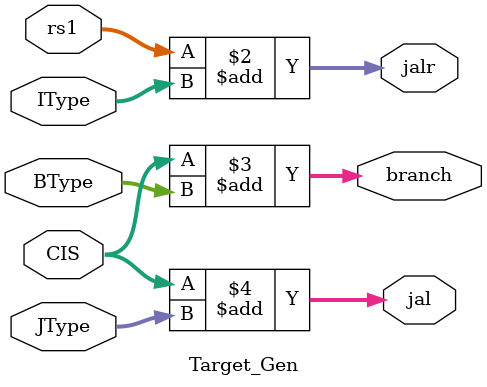
<source format=sv>
`timescale 1ns / 1ps


module Target_Gen(
    input [31:0] CIS,
    input [31:0] IType,
    input [31:0] BType,
    input [31:0] JType,
    input [31:0] rs1,
    output logic [31:0] jalr,
    output logic [31:0] branch,
    output logic [31:0] jal
    );

always_comb
    begin
        
        jalr <= rs1 + IType;            // jalr immediate
        branch <= CIS + BType;          // branch immediate
        jal <= CIS + JType;             //jal immediate
        
    end

endmodule

</source>
